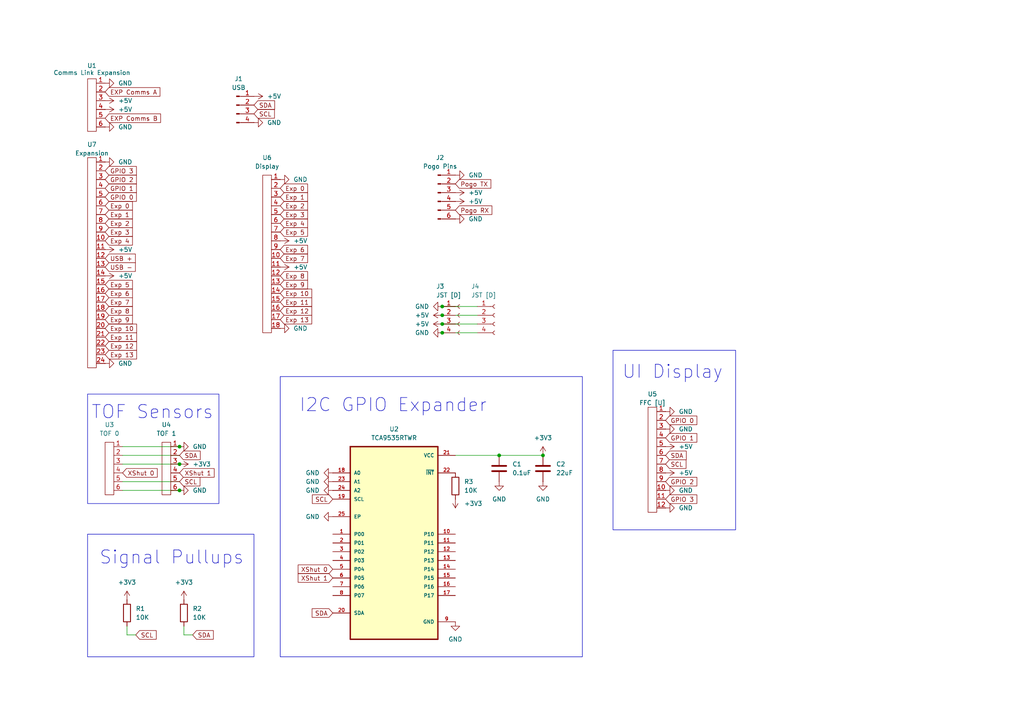
<source format=kicad_sch>
(kicad_sch (version 20231120) (generator "eeschema") (generator_version "8.0")
  (paper "A4")
  (lib_symbols
    (symbol "Connector:Conn_01x04_Pin" (pin_names (offset 1.016) hide)
      (property "Reference" "J" (at 0 5.08 0))
      (property "Value" "Conn_01x04_Pin" (at 0 -7.62 0))
      (symbol "Conn_01x04_Pin_1_1"
        (polyline (pts (xy 1.27 -5.08) (xy 0.8636 -5.08)) (stroke (width 0.1524)))
        (polyline (pts (xy 1.27 -2.54) (xy 0.8636 -2.54)) (stroke (width 0.1524)))
        (polyline (pts (xy 1.27 0) (xy 0.8636 0)) (stroke (width 0.1524)))
        (polyline (pts (xy 1.27 2.54) (xy 0.8636 2.54)) (stroke (width 0.1524)))
        (rectangle (start 0.8636 -4.953) (end 0 -5.207) (stroke (width 0.1524)) (fill (type outline)))
        (rectangle (start 0.8636 -2.413) (end 0 -2.667) (stroke (width 0.1524)) (fill (type outline)))
        (rectangle (start 0.8636 0.127) (end 0 -0.127) (stroke (width 0.1524)) (fill (type outline)))
        (rectangle (start 0.8636 2.667) (end 0 2.413) (stroke (width 0.1524)) (fill (type outline)))
        (pin passive line (at 5.08 2.54 180) (length 3.81) (name "Pin_1") (number "1"))
        (pin passive line (at 5.08 0 180) (length 3.81) (name "Pin_2") (number "2"))
        (pin passive line (at 5.08 -2.54 180) (length 3.81) (name "Pin_3") (number "3"))
        (pin passive line (at 5.08 -5.08 180) (length 3.81) (name "Pin_4") (number "4"))
      )
    )
    (symbol "Connector:Conn_01x04_Socket" (pin_names (offset 1.016) hide)
      (property "Reference" "J" (at 0 5.08 0))
      (property "Value" "Conn_01x04_Socket" (at 0 -7.62 0))
      (symbol "Conn_01x04_Socket_1_1"
        (arc (start 0 -4.572) (mid -0.5058 -5.08) (end 0 -5.588) (stroke (width 0.1524)))
        (arc (start 0 -2.032) (mid -0.5058 -2.54) (end 0 -3.048) (stroke (width 0.1524)))
        (polyline (pts (xy -1.27 -5.08) (xy -0.508 -5.08)) (stroke (width 0.1524)))
        (polyline (pts (xy -1.27 -2.54) (xy -0.508 -2.54)) (stroke (width 0.1524)))
        (polyline (pts (xy -1.27 0) (xy -0.508 0)) (stroke (width 0.1524)))
        (polyline (pts (xy -1.27 2.54) (xy -0.508 2.54)) (stroke (width 0.1524)))
        (arc (start 0 0.508) (mid -0.5058 0) (end 0 -0.508) (stroke (width 0.1524)))
        (arc (start 0 3.048) (mid -0.5058 2.54) (end 0 2.032) (stroke (width 0.1524)))
        (pin passive line (at -5.08 2.54 0) (length 3.81) (name "Pin_1") (number "1"))
        (pin passive line (at -5.08 0 0) (length 3.81) (name "Pin_2") (number "2"))
        (pin passive line (at -5.08 -2.54 0) (length 3.81) (name "Pin_3") (number "3"))
        (pin passive line (at -5.08 -5.08 0) (length 3.81) (name "Pin_4") (number "4"))
      )
    )
    (symbol "Connector:Conn_01x06_Pin" (pin_names (offset 1.016) hide)
      (property "Reference" "J" (at 0 7.62 0))
      (property "Value" "Conn_01x06_Pin" (at 0 -10.16 0))
      (symbol "Conn_01x06_Pin_1_1"
        (polyline (pts (xy 1.27 -7.62) (xy 0.8636 -7.62)) (stroke (width 0.1524)))
        (polyline (pts (xy 1.27 -5.08) (xy 0.8636 -5.08)) (stroke (width 0.1524)))
        (polyline (pts (xy 1.27 -2.54) (xy 0.8636 -2.54)) (stroke (width 0.1524)))
        (polyline (pts (xy 1.27 0) (xy 0.8636 0)) (stroke (width 0.1524)))
        (polyline (pts (xy 1.27 2.54) (xy 0.8636 2.54)) (stroke (width 0.1524)))
        (polyline (pts (xy 1.27 5.08) (xy 0.8636 5.08)) (stroke (width 0.1524)))
        (rectangle (start 0.8636 -7.493) (end 0 -7.747) (stroke (width 0.1524)) (fill (type outline)))
        (rectangle (start 0.8636 -4.953) (end 0 -5.207) (stroke (width 0.1524)) (fill (type outline)))
        (rectangle (start 0.8636 -2.413) (end 0 -2.667) (stroke (width 0.1524)) (fill (type outline)))
        (rectangle (start 0.8636 0.127) (end 0 -0.127) (stroke (width 0.1524)) (fill (type outline)))
        (rectangle (start 0.8636 2.667) (end 0 2.413) (stroke (width 0.1524)) (fill (type outline)))
        (rectangle (start 0.8636 5.207) (end 0 4.953) (stroke (width 0.1524)) (fill (type outline)))
        (pin passive line (at 5.08 5.08 180) (length 3.81) (name "Pin_1") (number "1"))
        (pin passive line (at 5.08 2.54 180) (length 3.81) (name "Pin_2") (number "2"))
        (pin passive line (at 5.08 0 180) (length 3.81) (name "Pin_3") (number "3"))
        (pin passive line (at 5.08 -2.54 180) (length 3.81) (name "Pin_4") (number "4"))
        (pin passive line (at 5.08 -5.08 180) (length 3.81) (name "Pin_5") (number "5"))
        (pin passive line (at 5.08 -7.62 180) (length 3.81) (name "Pin_6") (number "6"))
      )
    )
    (symbol "Device:C" (pin_numbers hide) (pin_names (offset 0.254))
      (property "Reference" "C" (at 0.635 2.54 0))
      (property "Value" "C" (at 0.635 -2.54 0))
      (symbol "C_0_1"
        (polyline (pts (xy -2.032 -0.762) (xy 2.032 -0.762)) (stroke (width 0.508)))
        (polyline (pts (xy -2.032 0.762) (xy 2.032 0.762)) (stroke (width 0.508)))
      )
      (symbol "C_1_1"
        (pin passive line (at 0 3.81 270) (length 2.794) (name "~") (number "1"))
        (pin passive line (at 0 -3.81 90) (length 2.794) (name "~") (number "2"))
      )
    )
    (symbol "Device:R" (pin_numbers hide) (pin_names (offset 0))
      (property "Reference" "R" (at 2.032 0 90))
      (property "Value" "R" (at 0 0 90))
      (symbol "R_0_1"
        (rectangle (start -1.016 -2.54) (end 1.016 2.54) (stroke (width 0.254)))
      )
      (symbol "R_1_1"
        (pin passive line (at 0 3.81 270) (length 1.27) (name "~") (number "1"))
        (pin passive line (at 0 -3.81 90) (length 1.27) (name "~") (number "2"))
      )
    )
    (symbol "FCC_Connector:FFC_12P"
      (property "Reference" "U" (at 0 16.764 0))
      (symbol "FFC_12P_0_1"
        (rectangle (start -1.27 15.24) (end 1.27 -15.24))
      )
      (symbol "FFC_12P_1_1"
        (pin input line (at 3.81 13.97 180) (length 2.54) (name "") (number "1"))
        (pin input line (at 3.81 -8.89 180) (length 2.54) (name "") (number "10"))
        (pin input line (at 3.81 -11.43 180) (length 2.54) (name "") (number "11"))
        (pin input line (at 3.81 -13.97 180) (length 2.54) (name "") (number "12"))
        (pin input line (at 3.81 11.43 180) (length 2.54) (name "") (number "2"))
        (pin input line (at 3.81 8.89 180) (length 2.54) (name "") (number "3"))
        (pin input line (at 3.81 6.35 180) (length 2.54) (name "") (number "4"))
        (pin input line (at 3.81 3.81 180) (length 2.54) (name "") (number "5"))
        (pin input line (at 3.81 1.27 180) (length 2.54) (name "") (number "6"))
        (pin input line (at 3.81 -1.27 180) (length 2.54) (name "") (number "7"))
        (pin input line (at 3.81 -3.81 180) (length 2.54) (name "") (number "8"))
        (pin input line (at 3.81 -6.35 180) (length 2.54) (name "") (number "9"))
      )
    )
    (symbol "FCC_Connector:FFC_18P"
      (property "Reference" "U" (at 0 24.384 0))
      (symbol "FFC_18P_0_1"
        (rectangle (start -1.27 22.86) (end 1.27 -22.86))
      )
      (symbol "FFC_18P_1_1"
        (pin input line (at 3.81 21.59 180) (length 2.54) (name "") (number "1"))
        (pin input line (at 3.81 -1.27 180) (length 2.54) (name "") (number "10"))
        (pin input line (at 3.81 -3.81 180) (length 2.54) (name "") (number "11"))
        (pin input line (at 3.81 -6.35 180) (length 2.54) (name "") (number "12"))
        (pin input line (at 3.81 -8.89 180) (length 2.54) (name "") (number "13"))
        (pin input line (at 3.81 -11.43 180) (length 2.54) (name "") (number "14"))
        (pin input line (at 3.81 -13.97 180) (length 2.54) (name "") (number "15"))
        (pin input line (at 3.81 -16.51 180) (length 2.54) (name "") (number "16"))
        (pin input line (at 3.81 -19.05 180) (length 2.54) (name "") (number "17"))
        (pin input line (at 3.81 -21.59 180) (length 2.54) (name "") (number "18"))
        (pin input line (at 3.81 19.05 180) (length 2.54) (name "") (number "2"))
        (pin input line (at 3.81 16.51 180) (length 2.54) (name "") (number "3"))
        (pin input line (at 3.81 13.97 180) (length 2.54) (name "") (number "4"))
        (pin input line (at 3.81 11.43 180) (length 2.54) (name "") (number "5"))
        (pin input line (at 3.81 8.89 180) (length 2.54) (name "") (number "6"))
        (pin input line (at 3.81 6.35 180) (length 2.54) (name "") (number "7"))
        (pin input line (at 3.81 3.81 180) (length 2.54) (name "") (number "8"))
        (pin input line (at 3.81 1.27 180) (length 2.54) (name "") (number "9"))
      )
    )
    (symbol "FCC_Connector:FFC_24P"
      (property "Reference" "U" (at -1.27 32.004 0))
      (symbol "FFC_24P_0_1"
        (rectangle (start -2.54 30.48) (end 0 -30.48))
      )
      (symbol "FFC_24P_1_1"
        (pin input line (at 2.54 29.21 180) (length 2.54) (name "") (number "1"))
        (pin input line (at 2.54 6.35 180) (length 2.54) (name "") (number "10"))
        (pin input line (at 2.54 3.81 180) (length 2.54) (name "") (number "11"))
        (pin input line (at 2.54 1.27 180) (length 2.54) (name "") (number "12"))
        (pin input line (at 2.54 -1.27 180) (length 2.54) (name "") (number "13"))
        (pin input line (at 2.54 -3.81 180) (length 2.54) (name "") (number "14"))
        (pin input line (at 2.54 -6.35 180) (length 2.54) (name "") (number "15"))
        (pin input line (at 2.54 -8.89 180) (length 2.54) (name "") (number "16"))
        (pin input line (at 2.54 -11.43 180) (length 2.54) (name "") (number "17"))
        (pin input line (at 2.54 -13.97 180) (length 2.54) (name "") (number "18"))
        (pin input line (at 2.54 -16.51 180) (length 2.54) (name "") (number "19"))
        (pin input line (at 2.54 26.67 180) (length 2.54) (name "") (number "2"))
        (pin input line (at 2.54 -19.05 180) (length 2.54) (name "") (number "20"))
        (pin input line (at 2.54 -21.59 180) (length 2.54) (name "") (number "21"))
        (pin input line (at 2.54 -24.13 180) (length 2.54) (name "") (number "22"))
        (pin input line (at 2.54 -26.67 180) (length 2.54) (name "") (number "23"))
        (pin input line (at 2.54 -29.21 180) (length 2.54) (name "") (number "24"))
        (pin input line (at 2.54 24.13 180) (length 2.54) (name "") (number "3"))
        (pin input line (at 2.54 21.59 180) (length 2.54) (name "") (number "4"))
        (pin input line (at 2.54 19.05 180) (length 2.54) (name "") (number "5"))
        (pin input line (at 2.54 16.51 180) (length 2.54) (name "") (number "6"))
        (pin input line (at 2.54 13.97 180) (length 2.54) (name "") (number "7"))
        (pin input line (at 2.54 11.43 180) (length 2.54) (name "") (number "8"))
        (pin input line (at 2.54 8.89 180) (length 2.54) (name "") (number "9"))
      )
    )
    (symbol "FCC_Connector:FFC_6P"
      (property "Reference" "U" (at 0 9.398 0))
      (symbol "FFC_6P_0_1"
        (rectangle (start -1.27 7.62) (end 1.27 -7.62))
      )
      (symbol "FFC_6P_1_1"
        (pin input line (at 3.81 6.35 180) (length 2.54) (name "") (number "1"))
        (pin input line (at 3.81 3.81 180) (length 2.54) (name "") (number "2"))
        (pin input line (at 3.81 1.27 180) (length 2.54) (name "") (number "3"))
        (pin input line (at 3.81 -1.27 180) (length 2.54) (name "") (number "4"))
        (pin input line (at 3.81 -3.81 180) (length 2.54) (name "") (number "5"))
        (pin input line (at 3.81 -6.35 180) (length 2.54) (name "") (number "6"))
      )
    )
    (symbol "IO_Expander_TCA9535RTWR:TCA9535RTWR" (pin_names (offset 1.016))
      (property "Reference" "U" (at -12.7 28.94 0))
      (property "Value" "TCA9535RTWR" (at -12.7 -31.94 0))
      (symbol "TCA9535RTWR_0_0"
        (rectangle (start -12.7 -27.94) (end 12.7 27.94) (stroke (width 0.41)) (fill (type background)))
        (pin bidirectional line (at -17.78 2.54 0) (length 5.08) (name "P00") (number "1"))
        (pin bidirectional line (at 17.78 2.54 180) (length 5.08) (name "P10") (number "10"))
        (pin bidirectional line (at 17.78 0 180) (length 5.08) (name "P11") (number "11"))
        (pin bidirectional line (at 17.78 -2.54 180) (length 5.08) (name "P12") (number "12"))
        (pin bidirectional line (at 17.78 -5.08 180) (length 5.08) (name "P13") (number "13"))
        (pin bidirectional line (at 17.78 -7.62 180) (length 5.08) (name "P14") (number "14"))
        (pin bidirectional line (at 17.78 -10.16 180) (length 5.08) (name "P15") (number "15"))
        (pin bidirectional line (at 17.78 -12.7 180) (length 5.08) (name "P16") (number "16"))
        (pin bidirectional line (at 17.78 -15.24 180) (length 5.08) (name "P17") (number "17"))
        (pin input line (at -17.78 20.32 0) (length 5.08) (name "A0") (number "18"))
        (pin input line (at -17.78 12.7 0) (length 5.08) (name "SCL") (number "19"))
        (pin bidirectional line (at -17.78 0 0) (length 5.08) (name "P01") (number "2"))
        (pin bidirectional line (at -17.78 -20.32 0) (length 5.08) (name "SDA") (number "20"))
        (pin power_in line (at 17.78 25.4 180) (length 5.08) (name "VCC") (number "21"))
        (pin output line (at 17.78 20.32 180) (length 5.08) (name "~{INT}") (number "22"))
        (pin input line (at -17.78 17.78 0) (length 5.08) (name "A1") (number "23"))
        (pin input line (at -17.78 15.24 0) (length 5.08) (name "A2") (number "24"))
        (pin bidirectional line (at -17.78 7.62 0) (length 5.08) (name "EP") (number "25"))
        (pin bidirectional line (at -17.78 -2.54 0) (length 5.08) (name "P02") (number "3"))
        (pin bidirectional line (at -17.78 -5.08 0) (length 5.08) (name "P03") (number "4"))
        (pin bidirectional line (at -17.78 -7.62 0) (length 5.08) (name "P04") (number "5"))
        (pin bidirectional line (at -17.78 -10.16 0) (length 5.08) (name "P05") (number "6"))
        (pin bidirectional line (at -17.78 -12.7 0) (length 5.08) (name "P06") (number "7"))
        (pin bidirectional line (at -17.78 -15.24 0) (length 5.08) (name "P07") (number "8"))
        (pin power_in line (at 17.78 -22.86 180) (length 5.08) (name "GND") (number "9"))
      )
    )
    (symbol "power:+3V3" (power) (pin_numbers hide) (pin_names (offset 0) hide)
      (property "Value" "+3V3" (at 0 3.556 0))
      (symbol "+3V3_0_1"
        (polyline (pts (xy -0.762 1.27) (xy 0 2.54)))
        (polyline (pts (xy 0 0) (xy 0 2.54)))
        (polyline (pts (xy 0 2.54) (xy 0.762 1.27)))
      )
      (symbol "+3V3_1_1"
        (pin power_in line (at 0 0 90) (length 0) (name "~") (number "1"))
      )
    )
    (symbol "power:+5V" (power) (pin_numbers hide) (pin_names (offset 0) hide)
      (property "Value" "+5V" (at 0 3.556 0))
      (symbol "+5V_0_1"
        (polyline (pts (xy -0.762 1.27) (xy 0 2.54)))
        (polyline (pts (xy 0 0) (xy 0 2.54)))
        (polyline (pts (xy 0 2.54) (xy 0.762 1.27)))
      )
      (symbol "+5V_1_1"
        (pin power_in line (at 0 0 90) (length 0) (name "~") (number "1"))
      )
    )
    (symbol "power:GND" (power) (pin_numbers hide) (pin_names (offset 0) hide)
      (property "Value" "GND" (at 0 -3.81 0))
      (symbol "GND_0_1"
        (polyline (pts (xy 0 0) (xy 0 -1.27) (xy 1.27 -1.27) (xy 0 -2.54) (xy -1.27 -1.27) (xy 0 -1.27)))
      )
      (symbol "GND_1_1"
        (pin power_in line (at 0 0 270) (length 0) (name "~") (number "1"))
      )
    )
  )
  (junction (at 157.48 132.08))
  (junction (at 52.07 142.24))
  (junction (at 144.78 132.08))
  (junction (at 128.27 96.52))
  (junction (at 52.07 134.62))
  (junction (at 128.27 91.44))
  (junction (at 128.27 88.9))
  (junction (at 128.27 93.98))
  (junction (at 52.07 129.54))
  (wire (pts (xy 36.83 184.15) (xy 39.37 184.15)))
  (wire (pts (xy 35.56 142.24) (xy 52.07 142.24)))
  (wire (pts (xy 35.56 132.08) (xy 52.07 132.08)))
  (wire (pts (xy 36.83 184.15) (xy 36.83 181.61)))
  (wire (pts (xy 144.78 132.08) (xy 157.48 132.08)))
  (wire (pts (xy 35.56 129.54) (xy 52.07 129.54)))
  (wire (pts (xy 35.56 139.7) (xy 52.07 139.7)))
  (wire (pts (xy 128.27 93.98) (xy 138.43 93.98)))
  (wire (pts (xy 53.34 184.15) (xy 53.34 181.61)))
  (wire (pts (xy 128.27 88.9) (xy 138.43 88.9)))
  (wire (pts (xy 128.27 91.44) (xy 138.43 91.44)))
  (wire (pts (xy 132.08 132.08) (xy 144.78 132.08)))
  (wire (pts (xy 128.27 96.52) (xy 138.43 96.52)))
  (wire (pts (xy 55.88 184.15) (xy 53.34 184.15)))
  (wire (pts (xy 35.56 134.62) (xy 52.07 134.62)))
  (rectangle (start 25.4 154.94) (end 73.66 190.5))
  (rectangle (start 81.28 109.22) (end 168.91 190.5))
  (rectangle (start 25.4 114.3) (end 63.5 146.05))
  (rectangle (start 177.8 101.6) (end 213.36 153.67))
  (text "Signal Pullups" (at 49.784 161.798 0) (effects (font (size 3.81 3.81))))
  (text "UI Display" (at 195.072 107.95 0) (effects (font (size 3.81 3.81))))
  (text "I2C GPIO Expander" (at 114.046 117.602 0) (effects (font (size 3.81 3.81))))
  (text "TOF Sensors" (at 44.196 119.634 0) (effects (font (size 3.81 3.81))))
  (global_label "USB -" (shape input) (at 30.48 77.47 0) (property "Intersheetrefs" "${INTERSHEET_REFS}" (effects (hide yes))))
  (global_label "Exp 9" (shape input) (at 30.48 92.71 0) (property "Intersheetrefs" "${INTERSHEET_REFS}" (effects (hide yes))))
  (global_label "Exp 4" (shape input) (at 81.28 64.77 0) (property "Intersheetrefs" "${INTERSHEET_REFS}" (effects (hide yes))))
  (global_label "Exp 3" (shape input) (at 30.48 67.31 0) (property "Intersheetrefs" "${INTERSHEET_REFS}" (effects (hide yes))))
  (global_label "SDA" (shape input) (at 73.66 30.48 0) (property "Intersheetrefs" "${INTERSHEET_REFS}" (effects (hide yes))))
  (global_label "SCL" (shape input) (at 52.07 139.7 0) (property "Intersheetrefs" "${INTERSHEET_REFS}" (effects (hide yes))))
  (global_label "Exp 12" (shape input) (at 30.48 100.33 0) (property "Intersheetrefs" "${INTERSHEET_REFS}" (effects (hide yes))))
  (global_label "GPIO 0" (shape input) (at 30.48 57.15 0) (property "Intersheetrefs" "${INTERSHEET_REFS}" (effects (hide yes))))
  (global_label "Pogo RX" (shape input) (at 132.08 60.96 0) (property "Intersheetrefs" "${INTERSHEET_REFS}" (effects (hide yes))))
  (global_label "XShut 1" (shape input) (at 52.07 137.16 0) (property "Intersheetrefs" "${INTERSHEET_REFS}" (effects (hide yes))))
  (global_label "Exp 8" (shape input) (at 30.48 90.17 0) (property "Intersheetrefs" "${INTERSHEET_REFS}" (effects (hide yes))))
  (global_label "Exp 7" (shape input) (at 30.48 87.63 0) (property "Intersheetrefs" "${INTERSHEET_REFS}" (effects (hide yes))))
  (global_label "GPIO 3" (shape input) (at 193.04 144.78 0) (property "Intersheetrefs" "${INTERSHEET_REFS}" (effects (hide yes))))
  (global_label "Exp 10" (shape input) (at 30.48 95.25 0) (property "Intersheetrefs" "${INTERSHEET_REFS}" (effects (hide yes))))
  (global_label "Exp 12" (shape input) (at 81.28 90.17 0) (property "Intersheetrefs" "${INTERSHEET_REFS}" (effects (hide yes))))
  (global_label "GPIO 2" (shape input) (at 193.04 139.7 0) (property "Intersheetrefs" "${INTERSHEET_REFS}" (effects (hide yes))))
  (global_label "Exp 8" (shape input) (at 81.28 80.01 0) (property "Intersheetrefs" "${INTERSHEET_REFS}" (effects (hide yes))))
  (global_label "Exp 9" (shape input) (at 81.28 82.55 0) (property "Intersheetrefs" "${INTERSHEET_REFS}" (effects (hide yes))))
  (global_label "Exp 13" (shape input) (at 81.28 92.71 0) (property "Intersheetrefs" "${INTERSHEET_REFS}" (effects (hide yes))))
  (global_label "EXP Comms A" (shape input) (at 30.48 26.67 0) (property "Intersheetrefs" "${INTERSHEET_REFS}" (effects (hide yes))))
  (global_label "XShut 0" (shape input) (at 96.52 165.1 180) (property "Intersheetrefs" "${INTERSHEET_REFS}" (effects (hide yes))))
  (global_label "SDA" (shape input) (at 193.04 132.08 0) (property "Intersheetrefs" "${INTERSHEET_REFS}" (effects (hide yes))))
  (global_label "Exp 13" (shape input) (at 30.48 102.87 0) (property "Intersheetrefs" "${INTERSHEET_REFS}" (effects (hide yes))))
  (global_label "GPIO 3" (shape input) (at 30.48 49.53 0) (property "Intersheetrefs" "${INTERSHEET_REFS}" (effects (hide yes))))
  (global_label "SCL" (shape input) (at 39.37 184.15 0) (property "Intersheetrefs" "${INTERSHEET_REFS}" (effects (hide yes))))
  (global_label "SDA" (shape input) (at 52.07 132.08 0) (property "Intersheetrefs" "${INTERSHEET_REFS}" (effects (hide yes))))
  (global_label "Exp 1" (shape input) (at 30.48 62.23 0) (property "Intersheetrefs" "${INTERSHEET_REFS}" (effects (hide yes))))
  (global_label "Exp 6" (shape input) (at 30.48 85.09 0) (property "Intersheetrefs" "${INTERSHEET_REFS}" (effects (hide yes))))
  (global_label "GPIO 0" (shape input) (at 193.04 121.92 0) (property "Intersheetrefs" "${INTERSHEET_REFS}" (effects (hide yes))))
  (global_label "XShut 0" (shape input) (at 35.56 137.16 0) (property "Intersheetrefs" "${INTERSHEET_REFS}" (effects (hide yes))))
  (global_label "Exp 1" (shape input) (at 81.28 57.15 0) (property "Intersheetrefs" "${INTERSHEET_REFS}" (effects (hide yes))))
  (global_label "EXP Comms B" (shape input) (at 30.48 34.29 0) (property "Intersheetrefs" "${INTERSHEET_REFS}" (effects (hide yes))))
  (global_label "XShut 1" (shape input) (at 96.52 167.64 180) (property "Intersheetrefs" "${INTERSHEET_REFS}" (effects (hide yes))))
  (global_label "Exp 0" (shape input) (at 81.28 54.61 0) (property "Intersheetrefs" "${INTERSHEET_REFS}" (effects (hide yes))))
  (global_label "GPIO 1" (shape input) (at 30.48 54.61 0) (property "Intersheetrefs" "${INTERSHEET_REFS}" (effects (hide yes))))
  (global_label "SCL" (shape input) (at 193.04 134.62 0) (property "Intersheetrefs" "${INTERSHEET_REFS}" (effects (hide yes))))
  (global_label "Exp 5" (shape input) (at 81.28 67.31 0) (property "Intersheetrefs" "${INTERSHEET_REFS}" (effects (hide yes))))
  (global_label "Pogo TX" (shape input) (at 132.08 53.34 0) (property "Intersheetrefs" "${INTERSHEET_REFS}" (effects (hide yes))))
  (global_label "Exp 11" (shape input) (at 30.48 97.79 0) (property "Intersheetrefs" "${INTERSHEET_REFS}" (effects (hide yes))))
  (global_label "Exp 7" (shape input) (at 81.28 74.93 0) (property "Intersheetrefs" "${INTERSHEET_REFS}" (effects (hide yes))))
  (global_label "Exp 2" (shape input) (at 30.48 64.77 0) (property "Intersheetrefs" "${INTERSHEET_REFS}" (effects (hide yes))))
  (global_label "GPIO 2" (shape input) (at 30.48 52.07 0) (property "Intersheetrefs" "${INTERSHEET_REFS}" (effects (hide yes))))
  (global_label "SCL" (shape input) (at 96.52 144.78 180) (property "Intersheetrefs" "${INTERSHEET_REFS}" (effects (hide yes))))
  (global_label "Exp 3" (shape input) (at 81.28 62.23 0) (property "Intersheetrefs" "${INTERSHEET_REFS}" (effects (hide yes))))
  (global_label "Exp 5" (shape input) (at 30.48 82.55 0) (property "Intersheetrefs" "${INTERSHEET_REFS}" (effects (hide yes))))
  (global_label "Exp 10" (shape input) (at 81.28 85.09 0) (property "Intersheetrefs" "${INTERSHEET_REFS}" (effects (hide yes))))
  (global_label "Exp 2" (shape input) (at 81.28 59.69 0) (property "Intersheetrefs" "${INTERSHEET_REFS}" (effects (hide yes))))
  (global_label "Exp 6" (shape input) (at 81.28 72.39 0) (property "Intersheetrefs" "${INTERSHEET_REFS}" (effects (hide yes))))
  (global_label "SCL" (shape input) (at 73.66 33.02 0) (property "Intersheetrefs" "${INTERSHEET_REFS}" (effects (hide yes))))
  (global_label "SDA" (shape input) (at 96.52 177.8 180) (property "Intersheetrefs" "${INTERSHEET_REFS}" (effects (hide yes))))
  (global_label "SDA" (shape input) (at 55.88 184.15 0) (property "Intersheetrefs" "${INTERSHEET_REFS}" (effects (hide yes))))
  (global_label "Exp 11" (shape input) (at 81.28 87.63 0) (property "Intersheetrefs" "${INTERSHEET_REFS}" (effects (hide yes))))
  (global_label "Exp 4" (shape input) (at 30.48 69.85 0) (property "Intersheetrefs" "${INTERSHEET_REFS}" (effects (hide yes))))
  (global_label "GPIO 1" (shape input) (at 193.04 127 0) (property "Intersheetrefs" "${INTERSHEET_REFS}" (effects (hide yes))))
  (global_label "USB +" (shape input) (at 30.48 74.93 0) (property "Intersheetrefs" "${INTERSHEET_REFS}" (effects (hide yes))))
  (global_label "Exp 0" (shape input) (at 30.48 59.69 0) (property "Intersheetrefs" "${INTERSHEET_REFS}" (effects (hide yes))))
  (symbol (lib_id "power:+3V3") (at 132.08 144.78 180) (unit 1)
    (property "Reference" "#PWR011" (effects (hide yes)))
    (property "Value" "+3V3" (at 134.62 146.0499 0) (effects (justify right)))
    (property "Description" "Power symbol creates a global label with name \"+3V3\"" (effects (hide yes)))
  )
  (symbol (lib_id "power:GND") (at 128.27 96.52 270) (unit 1)
    (property "Reference" "#PWR042" (effects (hide yes)))
    (property "Value" "GND" (at 124.46 96.5199 90) (effects (justify right)))
    (property "Description" "Power symbol creates a global label with name \"GND\" , ground" (effects (hide yes)))
  )
  (symbol (lib_id "power:GND") (at 73.66 35.56 90) (unit 1)
    (property "Reference" "#PWR034" (effects (hide yes)))
    (property "Value" "GND" (at 77.47 35.5599 90) (effects (justify right)))
    (property "Description" "Power symbol creates a global label with name \"GND\" , ground" (effects (hide yes)))
  )
  (symbol (lib_id "power:GND") (at 132.08 50.8 90) (unit 1)
    (property "Reference" "#PWR036" (effects (hide yes)))
    (property "Value" "GND" (at 135.89 50.7999 90) (effects (justify right)))
    (property "Description" "Power symbol creates a global label with name \"GND\" , ground" (effects (hide yes)))
  )
  (symbol (lib_id "power:+5V") (at 81.28 77.47 270) (unit 1)
    (property "Reference" "#PWR031" (effects (hide yes)))
    (property "Value" "+5V" (at 85.09 77.4699 90) (effects (justify left)))
    (property "Description" "Power symbol creates a global label with name \"+5V\"" (effects (hide yes)))
  )
  (symbol (lib_id "power:GND") (at 96.52 137.16 270) (unit 1)
    (property "Reference" "#PWR07" (effects (hide yes)))
    (property "Value" "GND" (at 92.71 137.1599 90) (effects (justify right)))
    (property "Description" "Power symbol creates a global label with name \"GND\" , ground" (effects (hide yes)))
  )
  (symbol (lib_id "power:+5V") (at 193.04 129.54 270) (unit 1)
    (property "Reference" "#PWR021" (effects (hide yes)))
    (property "Value" "+5V" (at 196.85 129.5399 90) (effects (justify left)))
    (property "Description" "Power symbol creates a global label with name \"+5V\"" (effects (hide yes)))
  )
  (symbol (lib_id "Connector:Conn_01x06_Pin") (at 127 55.88 0) (unit 1)
    (property "Reference" "J2" (at 127.635 45.72 0))
    (property "Value" "Pogo Pins" (at 127.635 48.26 0))
    (property "Footprint" "Connector_PinHeader_2.54mm:PinHeader_1x06_P2.54mm_Vertical" (effects (hide yes)))
    (property "Description" "Generic connector, single row, 01x06, script generated" (effects (hide yes)))
  )
  (symbol (lib_id "power:GND") (at 132.08 63.5 90) (unit 1)
    (property "Reference" "#PWR037" (effects (hide yes)))
    (property "Value" "GND" (at 135.89 63.4999 90) (effects (justify right)))
    (property "Description" "Power symbol creates a global label with name \"GND\" , ground" (effects (hide yes)))
  )
  (symbol (lib_id "power:+5V") (at 73.66 27.94 270) (unit 1)
    (property "Reference" "#PWR033" (effects (hide yes)))
    (property "Value" "+5V" (at 77.47 27.9399 90) (effects (justify left)))
    (property "Description" "Power symbol creates a global label with name \"+5V\"" (effects (hide yes)))
  )
  (symbol (lib_id "power:+5V") (at 132.08 55.88 270) (unit 1)
    (property "Reference" "#PWR035" (effects (hide yes)))
    (property "Value" "+5V" (at 135.89 55.8799 90) (effects (justify left)))
    (property "Description" "Power symbol creates a global label with name \"+5V\"" (effects (hide yes)))
  )
  (symbol (lib_id "FCC_Connector:FFC_12P") (at 189.23 133.35 0) (unit 1)
    (property "Reference" "U5" (at 189.23 114.3 0))
    (property "Value" "FFC [U]" (at 189.23 116.84 0))
    (property "Footprint" "FFC_Connector:FFC Aliexpress 0.5mm 12P" (effects (hide yes)))
  )
  (symbol (lib_id "power:GND") (at 81.28 52.07 90) (unit 1)
    (property "Reference" "#PWR029" (effects (hide yes)))
    (property "Value" "GND" (at 85.09 52.0699 90) (effects (justify right)))
    (property "Description" "Power symbol creates a global label with name \"GND\" , ground" (effects (hide yes)))
  )
  (symbol (lib_id "Device:R") (at 53.34 177.8 0) (unit 1)
    (property "Reference" "R2" (at 55.88 176.5299 0) (effects (justify left)))
    (property "Value" "10K" (at 55.88 179.0699 0) (effects (justify left)))
    (property "Footprint" "Resistor_SMD:R_0603_1608Metric_Pad0.98x0.95mm_HandSolder" (effects (hide yes)))
    (property "Description" "Resistor" (effects (hide yes)))
  )
  (symbol (lib_id "power:GND") (at 193.04 119.38 90) (unit 1)
    (property "Reference" "#PWR019" (effects (hide yes)))
    (property "Value" "GND" (at 196.85 119.3799 90) (effects (justify right)))
    (property "Description" "Power symbol creates a global label with name \"GND\" , ground" (effects (hide yes)))
  )
  (symbol (lib_id "FCC_Connector:FFC_6P") (at 48.26 135.89 0) (unit 1)
    (property "Reference" "U4" (at 48.26 123.19 0))
    (property "Value" "TOF 1" (at 48.26 125.73 0))
    (property "Footprint" "Connector_Hirose:Hirose_DF13-06P-1.25DS_1x06_P1.25mm_Horizontal" (effects (hide yes)))
  )
  (symbol (lib_id "power:GND") (at 30.48 24.13 90) (unit 1)
    (property "Reference" "#PWR01" (effects (hide yes)))
    (property "Value" "GND" (at 34.29 24.1299 90) (effects (justify right)))
    (property "Description" "Power symbol creates a global label with name \"GND\" , ground" (effects (hide yes)))
  )
  (symbol (lib_id "power:GND") (at 30.48 36.83 90) (unit 1)
    (property "Reference" "#PWR04" (effects (hide yes)))
    (property "Value" "GND" (at 34.29 36.8299 90) (effects (justify right)))
    (property "Description" "Power symbol creates a global label with name \"GND\" , ground" (effects (hide yes)))
  )
  (symbol (lib_id "power:+5V") (at 128.27 91.44 90) (unit 1)
    (property "Reference" "#PWR040" (effects (hide yes)))
    (property "Value" "+5V" (at 124.46 91.4399 90) (effects (justify left)))
    (property "Description" "Power symbol creates a global label with name \"+5V\"" (effects (hide yes)))
  )
  (symbol (lib_id "IO_Expander_TCA9535RTWR:TCA9535RTWR") (at 114.3 157.48 0) (unit 1)
    (property "Reference" "U2" (at 114.3 124.46 0))
    (property "Value" "TCA9535RTWR" (at 114.3 127 0))
    (property "Footprint" "IO_Expander_TCA9535RTWR:QFN50P400X400X80-25N" (effects (hide yes)))
  )
  (symbol (lib_id "power:GND") (at 96.52 149.86 270) (unit 1)
    (property "Reference" "#PWR010" (effects (hide yes)))
    (property "Value" "GND" (at 92.71 149.8599 90) (effects (justify right)))
    (property "Description" "Power symbol creates a global label with name \"GND\" , ground" (effects (hide yes)))
  )
  (symbol (lib_id "power:GND") (at 30.48 105.41 90) (unit 1)
    (property "Reference" "#PWR026" (effects (hide yes)))
    (property "Value" "GND" (at 34.29 105.4099 90) (effects (justify right)))
    (property "Description" "Power symbol creates a global label with name \"GND\" , ground" (effects (hide yes)))
  )
  (symbol (lib_id "power:GND") (at 52.07 129.54 90) (unit 1)
    (property "Reference" "#PWR016" (effects (hide yes)))
    (property "Value" "GND" (at 55.88 129.5399 90) (effects (justify right)))
    (property "Description" "Power symbol creates a global label with name \"GND\" , ground" (effects (hide yes)))
  )
  (symbol (lib_id "power:+3V3") (at 157.48 132.08 0) (unit 1)
    (property "Reference" "#PWR014" (effects (hide yes)))
    (property "Value" "+3V3" (at 157.48 127 0))
    (property "Description" "Power symbol creates a global label with name \"+3V3\"" (effects (hide yes)))
  )
  (symbol (lib_id "power:+5V") (at 30.48 29.21 270) (unit 1)
    (property "Reference" "#PWR02" (effects (hide yes)))
    (property "Value" "+5V" (at 34.29 29.2099 90) (effects (justify left)))
    (property "Description" "Power symbol creates a global label with name \"+5V\"" (effects (hide yes)))
  )
  (symbol (lib_id "power:GND") (at 193.04 147.32 90) (unit 1)
    (property "Reference" "#PWR028" (effects (hide yes)))
    (property "Value" "GND" (at 196.85 147.3199 90) (effects (justify right)))
    (property "Description" "Power symbol creates a global label with name \"GND\" , ground" (effects (hide yes)))
  )
  (symbol (lib_id "Device:C") (at 144.78 135.89 0) (unit 1)
    (property "Reference" "C1" (at 148.59 134.6199 0) (effects (justify left)))
    (property "Value" "0.1uF" (at 148.59 137.1599 0) (effects (justify left)))
    (property "Footprint" "Capacitor_SMD:C_0603_1608Metric" (effects (hide yes)))
    (property "Description" "Unpolarized capacitor" (effects (hide yes)))
  )
  (symbol (lib_id "power:GND") (at 52.07 142.24 90) (unit 1)
    (property "Reference" "#PWR018" (effects (hide yes)))
    (property "Value" "GND" (at 55.88 142.2399 90) (effects (justify right)))
    (property "Description" "Power symbol creates a global label with name \"GND\" , ground" (effects (hide yes)))
  )
  (symbol (lib_id "FCC_Connector:FFC_6P") (at 26.67 30.48 0) (unit 1)
    (property "Reference" "U1" (at 26.67 19.05 0))
    (property "Value" "Comms Link Expansion" (at 26.67 21.082 0))
    (property "Footprint" "FFC_Connector:FFC Aliexpress 0.5mm 6P" (effects (hide yes)))
  )
  (symbol (lib_id "power:GND") (at 96.52 139.7 270) (unit 1)
    (property "Reference" "#PWR08" (effects (hide yes)))
    (property "Value" "GND" (at 92.71 139.6999 90) (effects (justify right)))
    (property "Description" "Power symbol creates a global label with name \"GND\" , ground" (effects (hide yes)))
  )
  (symbol (lib_id "power:+3V3") (at 53.34 173.99 0) (unit 1)
    (property "Reference" "#PWR06" (effects (hide yes)))
    (property "Value" "+3V3" (at 53.34 168.91 0))
    (property "Description" "Power symbol creates a global label with name \"+3V3\"" (effects (hide yes)))
  )
  (symbol (lib_id "Device:R") (at 132.08 140.97 180) (unit 1)
    (property "Reference" "R3" (at 134.62 139.6999 0) (effects (justify right)))
    (property "Value" "10K" (at 134.62 142.2399 0) (effects (justify right)))
    (property "Footprint" "Resistor_SMD:R_0603_1608Metric" (effects (hide yes)))
    (property "Description" "Resistor" (effects (hide yes)))
  )
  (symbol (lib_id "power:+5V") (at 30.48 72.39 270) (unit 1)
    (property "Reference" "#PWR024" (effects (hide yes)))
    (property "Value" "+5V" (at 34.29 72.3899 90) (effects (justify left)))
    (property "Description" "Power symbol creates a global label with name \"+5V\"" (effects (hide yes)))
  )
  (symbol (lib_id "FCC_Connector:FFC_6P") (at 31.75 135.89 0) (unit 1)
    (property "Reference" "U3" (at 31.75 123.19 0))
    (property "Value" "TOF 0" (at 31.75 125.73 0))
    (property "Footprint" "Connector_Hirose:Hirose_DF13-06P-1.25DS_1x06_P1.25mm_Horizontal" (effects (hide yes)))
  )
  (symbol (lib_id "power:GND") (at 30.48 46.99 90) (unit 1)
    (property "Reference" "#PWR023" (effects (hide yes)))
    (property "Value" "GND" (at 34.29 46.9899 90) (effects (justify right)))
    (property "Description" "Power symbol creates a global label with name \"GND\" , ground" (effects (hide yes)))
  )
  (symbol (lib_id "power:GND") (at 132.08 180.34 0) (unit 1)
    (property "Reference" "#PWR012" (effects (hide yes)))
    (property "Value" "GND" (at 132.08 185.42 0))
    (property "Description" "Power symbol creates a global label with name \"GND\" , ground" (effects (hide yes)))
  )
  (symbol (lib_id "power:+3V3") (at 36.83 173.99 0) (unit 1)
    (property "Reference" "#PWR05" (effects (hide yes)))
    (property "Value" "+3V3" (at 36.83 168.91 0))
    (property "Description" "Power symbol creates a global label with name \"+3V3\"" (effects (hide yes)))
  )
  (symbol (lib_id "FCC_Connector:FFC_18P") (at 77.47 73.66 0) (unit 1)
    (property "Reference" "U6" (at 77.47 45.72 0))
    (property "Value" "Display" (at 77.47 48.26 0))
    (property "Footprint" "FFC_Connector:FFC Aliexpress 0.5mm 18P" (effects (hide yes)))
  )
  (symbol (lib_id "Connector:Conn_01x04_Pin") (at 68.58 30.48 0) (unit 1)
    (property "Reference" "J1" (at 69.215 22.86 0))
    (property "Value" "USB" (at 69.215 25.4 0))
    (property "Footprint" "Connector_Hirose:Hirose_DF13-04P-1.25DS_1x04_P1.25mm_Horizontal" (effects (hide yes)))
    (property "Description" "Generic connector, single row, 01x04, script generated" (effects (hide yes)))
  )
  (symbol (lib_id "power:+5V") (at 81.28 69.85 270) (unit 1)
    (property "Reference" "#PWR030" (effects (hide yes)))
    (property "Value" "+5V" (at 85.09 69.8499 90) (effects (justify left)))
    (property "Description" "Power symbol creates a global label with name \"+5V\"" (effects (hide yes)))
  )
  (symbol (lib_id "power:GND") (at 96.52 142.24 270) (unit 1)
    (property "Reference" "#PWR09" (effects (hide yes)))
    (property "Value" "GND" (at 92.71 142.2399 90) (effects (justify right)))
    (property "Description" "Power symbol creates a global label with name \"GND\" , ground" (effects (hide yes)))
  )
  (symbol (lib_id "power:GND") (at 193.04 124.46 90) (unit 1)
    (property "Reference" "#PWR020" (effects (hide yes)))
    (property "Value" "GND" (at 196.85 124.4599 90) (effects (justify right)))
    (property "Description" "Power symbol creates a global label with name \"GND\" , ground" (effects (hide yes)))
  )
  (symbol (lib_id "Connector:Conn_01x04_Socket") (at 143.51 91.44 0) (unit 1)
    (property "Reference" "J4" (at 136.652 83.058 0) (effects (justify left)))
    (property "Value" "JST [D]" (at 136.652 85.598 0) (effects (justify left)))
    (property "Footprint" "Connector_Molex:Molex_PicoBlade_53048-0410_1x04_P1.25mm_Horizontal" (effects (hide yes)))
    (property "Description" "Generic connector, single row, 01x04, script generated" (effects (hide yes)))
  )
  (symbol (lib_id "power:+3V3") (at 52.07 134.62 270) (unit 1)
    (property "Reference" "#PWR017" (effects (hide yes)))
    (property "Value" "+3V3" (at 55.88 134.6199 90) (effects (justify left)))
    (property "Description" "Power symbol creates a global label with name \"+3V3\"" (effects (hide yes)))
  )
  (symbol (lib_id "power:+5V") (at 128.27 93.98 90) (unit 1)
    (property "Reference" "#PWR041" (effects (hide yes)))
    (property "Value" "+5V" (at 124.46 93.9799 90) (effects (justify left)))
    (property "Description" "Power symbol creates a global label with name \"+5V\"" (effects (hide yes)))
  )
  (symbol (lib_id "power:+5V") (at 30.48 31.75 270) (unit 1)
    (property "Reference" "#PWR03" (effects (hide yes)))
    (property "Value" "+5V" (at 34.29 31.7499 90) (effects (justify left)))
    (property "Description" "Power symbol creates a global label with name \"+5V\"" (effects (hide yes)))
  )
  (symbol (lib_id "FCC_Connector:FFC_24P") (at 27.94 76.2 0) (unit 1)
    (property "Reference" "U7" (at 26.67 41.91 0))
    (property "Value" "Expansion" (at 26.67 44.45 0))
    (property "Footprint" "FFC_Connector:FFC Aliexpress 0.5mm 24P" (effects (hide yes)))
  )
  (symbol (lib_id "power:+5V") (at 193.04 137.16 270) (unit 1)
    (property "Reference" "#PWR022" (effects (hide yes)))
    (property "Value" "+5V" (at 196.85 137.1599 90) (effects (justify left)))
    (property "Description" "Power symbol creates a global label with name \"+5V\"" (effects (hide yes)))
  )
  (symbol (lib_id "Connector:Conn_01x04_Socket") (at 133.35 91.44 0) (unit 1)
    (property "Reference" "J3" (at 126.492 83.058 0) (effects (justify left)))
    (property "Value" "JST [D]" (at 126.492 85.598 0) (effects (justify left)))
    (property "Footprint" "Connector_Molex:Molex_PicoBlade_53048-0410_1x04_P1.25mm_Horizontal" (effects (hide yes)))
    (property "Description" "Generic connector, single row, 01x04, script generated" (effects (hide yes)))
  )
  (symbol (lib_id "Device:R") (at 36.83 177.8 0) (unit 1)
    (property "Reference" "R1" (at 39.37 176.5299 0) (effects (justify left)))
    (property "Value" "10K" (at 39.37 179.0699 0) (effects (justify left)))
    (property "Footprint" "Resistor_SMD:R_0603_1608Metric_Pad0.98x0.95mm_HandSolder" (effects (hide yes)))
    (property "Description" "Resistor" (effects (hide yes)))
  )
  (symbol (lib_id "power:+5V") (at 30.48 80.01 270) (unit 1)
    (property "Reference" "#PWR025" (effects (hide yes)))
    (property "Value" "+5V" (at 34.29 80.0099 90) (effects (justify left)))
    (property "Description" "Power symbol creates a global label with name \"+5V\"" (effects (hide yes)))
  )
  (symbol (lib_id "power:GND") (at 81.28 95.25 90) (unit 1)
    (property "Reference" "#PWR032" (effects (hide yes)))
    (property "Value" "GND" (at 85.09 95.2499 90) (effects (justify right)))
    (property "Description" "Power symbol creates a global label with name \"GND\" , ground" (effects (hide yes)))
  )
  (symbol (lib_id "power:GND") (at 157.48 139.7 0) (unit 1)
    (property "Reference" "#PWR015" (effects (hide yes)))
    (property "Value" "GND" (at 157.48 144.78 0))
    (property "Description" "Power symbol creates a global label with name \"GND\" , ground" (effects (hide yes)))
  )
  (symbol (lib_id "power:GND") (at 193.04 142.24 90) (unit 1)
    (property "Reference" "#PWR027" (effects (hide yes)))
    (property "Value" "GND" (at 196.85 142.2399 90) (effects (justify right)))
    (property "Description" "Power symbol creates a global label with name \"GND\" , ground" (effects (hide yes)))
  )
  (symbol (lib_id "Device:C") (at 157.48 135.89 0) (unit 1)
    (property "Reference" "C2" (at 161.29 134.6199 0) (effects (justify left)))
    (property "Value" "22uF" (at 161.29 137.1599 0) (effects (justify left)))
    (property "Footprint" "Capacitor_SMD:C_0603_1608Metric_Pad1.08x0.95mm_HandSolder" (effects (hide yes)))
    (property "Description" "Unpolarized capacitor" (effects (hide yes)))
  )
  (symbol (lib_id "power:GND") (at 144.78 139.7 0) (unit 1)
    (property "Reference" "#PWR013" (effects (hide yes)))
    (property "Value" "GND" (at 144.78 144.78 0))
    (property "Description" "Power symbol creates a global label with name \"GND\" , ground" (effects (hide yes)))
  )
  (symbol (lib_id "power:+5V") (at 132.08 58.42 270) (unit 1)
    (property "Reference" "#PWR038" (effects (hide yes)))
    (property "Value" "+5V" (at 135.89 58.4199 90) (effects (justify left)))
    (property "Description" "Power symbol creates a global label with name \"+5V\"" (effects (hide yes)))
  )
  (symbol (lib_id "power:GND") (at 128.27 88.9 270) (unit 1)
    (property "Reference" "#PWR039" (effects (hide yes)))
    (property "Value" "GND" (at 124.46 88.8999 90) (effects (justify right)))
    (property "Description" "Power symbol creates a global label with name \"GND\" , ground" (effects (hide yes)))
  )
)
</source>
